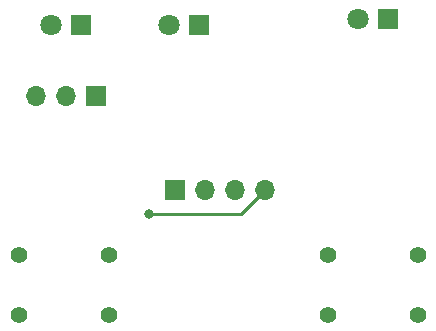
<source format=gbr>
%TF.GenerationSoftware,KiCad,Pcbnew,7.0.2-6a45011f42~172~ubuntu22.10.1*%
%TF.CreationDate,2023-04-24T10:08:01+02:00*%
%TF.ProjectId,him-card,68696d2d-6361-4726-942e-6b696361645f,rev?*%
%TF.SameCoordinates,Original*%
%TF.FileFunction,Copper,L2,Bot*%
%TF.FilePolarity,Positive*%
%FSLAX46Y46*%
G04 Gerber Fmt 4.6, Leading zero omitted, Abs format (unit mm)*
G04 Created by KiCad (PCBNEW 7.0.2-6a45011f42~172~ubuntu22.10.1) date 2023-04-24 10:08:01*
%MOMM*%
%LPD*%
G01*
G04 APERTURE LIST*
%TA.AperFunction,ComponentPad*%
%ADD10R,1.800000X1.800000*%
%TD*%
%TA.AperFunction,ComponentPad*%
%ADD11C,1.800000*%
%TD*%
%TA.AperFunction,ComponentPad*%
%ADD12C,1.397000*%
%TD*%
%TA.AperFunction,ComponentPad*%
%ADD13R,1.700000X1.700000*%
%TD*%
%TA.AperFunction,ComponentPad*%
%ADD14O,1.700000X1.700000*%
%TD*%
%TA.AperFunction,ViaPad*%
%ADD15C,0.800000*%
%TD*%
%TA.AperFunction,Conductor*%
%ADD16C,0.250000*%
%TD*%
G04 APERTURE END LIST*
D10*
%TO.P,D3,1,K*%
%TO.N,GND*%
X137305000Y-79450000D03*
D11*
%TO.P,D3,2,A*%
%TO.N,Net-(D3-A)*%
X134765000Y-79450000D03*
%TD*%
D12*
%TO.P,SW2,1,1*%
%TO.N,Net-(J3-Pin_3)*%
X139810000Y-99460000D03*
X132190000Y-99460000D03*
%TO.P,SW2,2,2*%
%TO.N,GND*%
X132190000Y-104540000D03*
X139810000Y-104540000D03*
%TD*%
%TO.P,SW1,1,1*%
%TO.N,Net-(J3-Pin_4)*%
X113620000Y-99460000D03*
X106000000Y-99460000D03*
%TO.P,SW1,2,2*%
%TO.N,GND*%
X106000000Y-104540000D03*
X113620000Y-104540000D03*
%TD*%
D13*
%TO.P,J3,1,Pin_1*%
%TO.N,GND*%
X119200000Y-94000000D03*
D14*
%TO.P,J3,2,Pin_2*%
%TO.N,+3.3V*%
X121740000Y-94000000D03*
%TO.P,J3,3,Pin_3*%
%TO.N,Net-(J3-Pin_3)*%
X124280000Y-94000000D03*
%TO.P,J3,4,Pin_4*%
%TO.N,Net-(J3-Pin_4)*%
X126820000Y-94000000D03*
%TD*%
D13*
%TO.P,J1,1,Pin_1*%
%TO.N,Net-(D2-A)*%
X112525000Y-86000000D03*
D14*
%TO.P,J1,2,Pin_2*%
%TO.N,GND*%
X109985000Y-86000000D03*
%TO.P,J1,3,Pin_3*%
%TO.N,Net-(D1-A)*%
X107445000Y-86000000D03*
%TD*%
D10*
%TO.P,D2,1,K*%
%TO.N,GND*%
X121285000Y-80000000D03*
D11*
%TO.P,D2,2,A*%
%TO.N,Net-(D2-A)*%
X118745000Y-80000000D03*
%TD*%
D10*
%TO.P,D1,1,K*%
%TO.N,GND*%
X111275000Y-80000000D03*
D11*
%TO.P,D1,2,A*%
%TO.N,Net-(D1-A)*%
X108735000Y-80000000D03*
%TD*%
D15*
%TO.N,Net-(J3-Pin_4)*%
X117000000Y-96000000D03*
%TD*%
D16*
%TO.N,Net-(J3-Pin_4)*%
X117000000Y-96000000D02*
X124820000Y-96000000D01*
X124820000Y-96000000D02*
X126820000Y-94000000D01*
%TD*%
M02*

</source>
